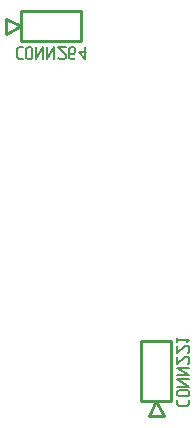
<source format=gbo>
G04 start of page 2 for group 12 layer_idx 7 *
G04 Title: (unknown), bottom_silk *
G04 Creator: pcb-rnd 2.3.0 *
G04 CreationDate: 2021-05-03 18:52:41 UTC *
G04 For:  *
G04 Format: Gerber/RS-274X *
G04 PCB-Dimensions: 500000 500000 *
G04 PCB-Coordinate-Origin: lower left *
%MOIN*%
%FSLAX25Y25*%
%LNBOTTOM_SILK_NONE_12*%
%ADD37C,0.0070*%
%ADD36C,0.0100*%
G54D36*X234600Y219350D02*X224600D01*
X234600D02*Y239350D01*
X224600D02*Y219350D01*
Y239350D02*X234600D01*
X229600Y219350D02*X232100Y214350D01*
X229600Y219350D02*X227100Y214350D01*
X232100D02*X227100D01*
X184600Y339350D02*Y349350D01*
Y344350D02*X179600Y341850D01*
X184600Y344350D02*X179600Y346850D01*
Y341850D02*Y346850D01*
X184600Y339350D02*X204600D01*
Y349350D02*X184600D01*
X204600D02*Y339350D01*
G54D37*X236600Y218550D02*Y219850D01*
X237300Y217850D02*X236600Y218550D01*
X239900Y217850D02*X237300D01*
X239900D02*X240600Y218550D01*
Y219850D01*
X240100Y221050D02*X237100D01*
X240100D02*X240600Y221550D01*
Y222550D01*
X240100Y223050D01*
X237100D01*
X236600Y222550D02*X237100Y223050D01*
X236600Y221550D02*Y222550D01*
X237100Y221050D02*X236600Y221550D01*
X240600Y224250D02*X236600D01*
X240600D02*X236600Y226750D01*
X240600D02*X236600D01*
X240600Y227950D02*X236600D01*
X240600D02*X236600Y230450D01*
X240600D02*X236600D01*
X240100Y231650D02*X240600Y232150D01*
Y233650D01*
X240100Y234150D01*
X239100D01*
X236600Y231650D02*X239100Y234150D01*
X236600Y231650D02*Y234150D01*
X240100Y235350D02*X240600Y235850D01*
Y237350D01*
X240100Y237850D01*
X239100D01*
X236600Y235350D02*X239100Y237850D01*
X236600Y235350D02*Y237850D01*
X239800Y239050D02*X240600Y239850D01*
X236600D01*
Y239050D02*Y240550D01*
X183800Y337350D02*X185100D01*
X183100Y336650D02*X183800Y337350D01*
X183100Y334050D02*Y336650D01*
Y334050D02*X183800Y333350D01*
X185100D01*
X186300Y333850D02*Y336850D01*
Y333850D02*X186800Y333350D01*
X187800D01*
X188300Y333850D01*
Y336850D01*
X187800Y337350D02*X188300Y336850D01*
X186800Y337350D02*X187800D01*
X186300Y336850D02*X186800Y337350D01*
X189500Y333350D02*Y337350D01*
Y333350D02*X192000Y337350D01*
Y333350D02*Y337350D01*
X193200Y333350D02*Y337350D01*
Y333350D02*X195700Y337350D01*
Y333350D02*Y337350D01*
X196900Y333850D02*X197400Y333350D01*
X198900D01*
X199400Y333850D01*
Y334850D01*
X196900Y337350D02*X199400Y334850D01*
X196900Y337350D02*X199400D01*
X202100Y333350D02*X202600Y333850D01*
X201100Y333350D02*X202100D01*
X200600Y333850D02*X201100Y333350D01*
X200600Y333850D02*Y336850D01*
X201100Y337350D01*
X202100Y335150D02*X202600Y335650D01*
X200600Y335150D02*X202100D01*
X201100Y337350D02*X202100D01*
X202600Y336850D01*
Y335650D02*Y336850D01*
X203800Y335850D02*X205800Y333350D01*
X203800Y335850D02*X206300D01*
X205800Y333350D02*Y337350D01*
M02*

</source>
